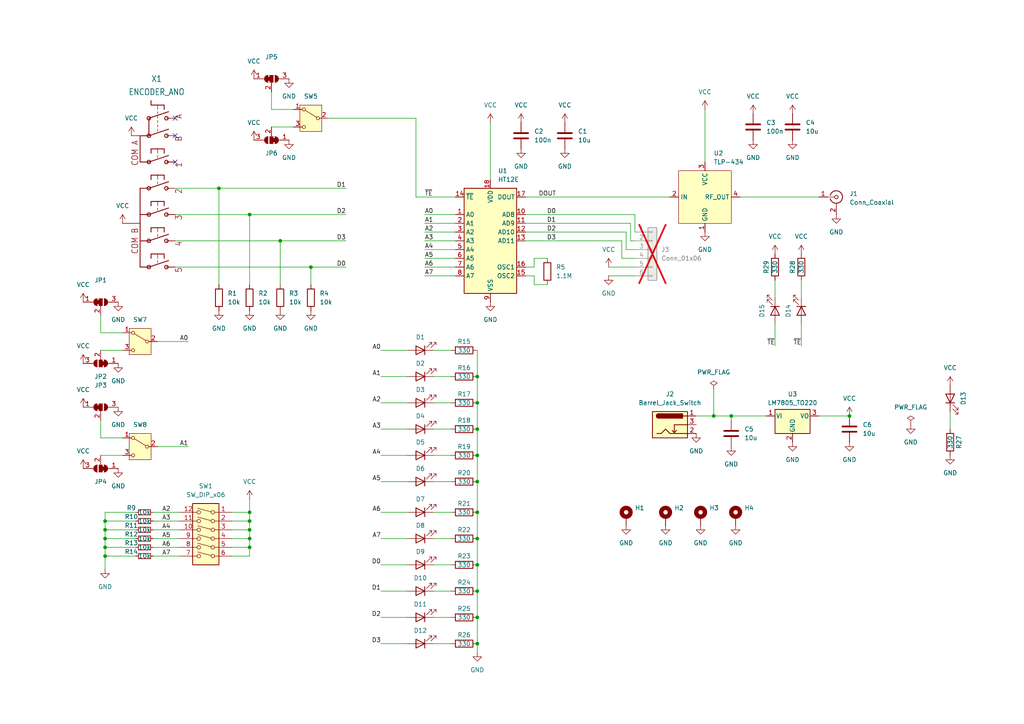
<source format=kicad_sch>
(kicad_sch (version 20231120) (generator "eeschema") (generator_version "8.0")
  (paper "A4")
  (lib_symbols
    (symbol "Connector:Barrel_Jack_Switch" (pin_names hide)
      (property "Reference" "J" (at 0 5.334 0))
      (property "Value" "Barrel_Jack_Switch" (at 0 -5.08 0))
      (symbol "Barrel_Jack_Switch_1_1"
        (pin passive line (at 7.62 2.54 180) (length 2.54) (name "~") (number "1"))
        (pin passive line (at 7.62 -2.54 180) (length 2.54) (name "~") (number "2"))
        (pin passive line (at 7.62 0 180) (length 2.54) (name "~") (number "3"))
      )
    )
    (symbol "Connector:Conn_Coaxial" (pin_names (offset 1.016) hide)
      (property "Reference" "J" (at 0.254 3.048 0))
      (property "Value" "Conn_Coaxial" (at 2.921 0 90))
      (symbol "Conn_Coaxial_1_1"
        (pin passive line (at -5.08 0 0) (length 2.54) (name "In") (number "1"))
        (pin passive line (at 0 -5.08 90) (length 2.54) (name "Ext") (number "2"))
      )
    )
    (symbol "Connector_Generic:Conn_01x06" (pin_names (offset 1.016) hide)
      (property "Reference" "J" (at 0 7.62 0))
      (property "Value" "Conn_01x06" (at 0 -10.16 0))
      (symbol "Conn_01x06_1_1"
        (pin passive line (at -5.08 5.08 0) (length 3.81) (name "Pin_1") (number "1"))
        (pin passive line (at -5.08 2.54 0) (length 3.81) (name "Pin_2") (number "2"))
        (pin passive line (at -5.08 0 0) (length 3.81) (name "Pin_3") (number "3"))
        (pin passive line (at -5.08 -2.54 0) (length 3.81) (name "Pin_4") (number "4"))
        (pin passive line (at -5.08 -5.08 0) (length 3.81) (name "Pin_5") (number "5"))
        (pin passive line (at -5.08 -7.62 0) (length 3.81) (name "Pin_6") (number "6"))
      )
    )
    (symbol "Device:C" (pin_numbers hide) (pin_names (offset 0.254))
      (property "Reference" "C" (at 0.635 2.54 0))
      (property "Value" "C" (at 0.635 -2.54 0))
      (symbol "C_1_1"
        (pin passive line (at 0 3.81 270) (length 2.794) (name "~") (number "1"))
        (pin passive line (at 0 -3.81 90) (length 2.794) (name "~") (number "2"))
      )
    )
    (symbol "Device:LED" (pin_numbers hide) (pin_names (offset 1.016) hide)
      (property "Reference" "D" (at 0 2.54 0))
      (property "Value" "LED" (at 0 -2.54 0))
      (symbol "LED_1_1"
        (pin passive line (at -3.81 0 0) (length 2.54) (name "K") (number "1"))
        (pin passive line (at 3.81 0 180) (length 2.54) (name "A") (number "2"))
      )
    )
    (symbol "Device:R" (pin_numbers hide) (pin_names (offset 0))
      (property "Reference" "R" (at 2.032 0 90))
      (property "Value" "R" (at 0 0 90))
      (symbol "R_1_1"
        (pin passive line (at 0 3.81 270) (length 1.27) (name "~") (number "1"))
        (pin passive line (at 0 -3.81 90) (length 1.27) (name "~") (number "2"))
      )
    )
    (symbol "Device:R_Small" (pin_numbers hide) (pin_names (offset 0.254) hide)
      (property "Reference" "R" (at 0.762 0.508 0))
      (property "Value" "R_Small" (at 0.762 -1.016 0))
      (symbol "R_Small_1_1"
        (pin passive line (at 0 2.54 270) (length 0.762) (name "~") (number "1"))
        (pin passive line (at 0 -2.54 90) (length 0.762) (name "~") (number "2"))
      )
    )
    (symbol "Interface:HT12E"
      (property "Reference" "U1" (at 2.1941 20.32 0))
      (property "Value" "HT12E" (at 2.1941 17.78 0))
      (symbol "HT12E_1_1"
        (pin input line (at -10.16 7.62 0) (length 2.54) (name "A0") (number "1"))
        (pin no_connect line (at 7.62 -2.54 180) (length 2.54) hide (name "NC") (number "1"))
        (pin output line (at 10.16 7.62 180) (length 2.54) (name "AD8") (number "10"))
        (pin output line (at 10.16 5.08 180) (length 2.54) (name "AD9") (number "11"))
        (pin output line (at 10.16 2.54 180) (length 2.54) (name "AD10") (number "12"))
        (pin output line (at 10.16 0 180) (length 2.54) (name "AD11") (number "13"))
        (pin input line (at -10.16 12.7 0) (length 2.54) (name "~{TE}") (number "14"))
        (pin output line (at 10.16 -10.16 180) (length 2.54) (name "OSC2") (number "15"))
        (pin input line (at 10.16 -7.62 180) (length 2.54) (name "OSC1") (number "16"))
        (pin output line (at 10.16 12.7 180) (length 2.54) (name "DOUT") (number "17"))
        (pin power_in line (at 0 17.78 270) (length 2.54) (name "VDD") (number "18"))
        (pin input line (at -10.16 5.08 0) (length 2.54) (name "A1") (number "2"))
        (pin no_connect line (at 7.62 -5.08 180) (length 2.54) hide (name "NC") (number "20"))
        (pin input line (at -10.16 2.54 0) (length 2.54) (name "A2") (number "3"))
        (pin input line (at -10.16 0 0) (length 2.54) (name "A3") (number "4"))
        (pin input line (at -10.16 -2.54 0) (length 2.54) (name "A4") (number "5"))
        (pin input line (at -10.16 -5.08 0) (length 2.54) (name "A5") (number "6"))
        (pin input line (at -10.16 -7.62 0) (length 2.54) (name "A6") (number "7"))
        (pin input line (at -10.16 -10.16 0) (length 2.54) (name "A7") (number "8"))
        (pin power_in line (at 0 -17.78 90) (length 2.54) (name "VSS") (number "9"))
      )
    )
    (symbol "Jumper:SolderJumper_3_Bridged12" (pin_names (offset 0) hide) (exclude_from_sim yes) (in_bom no)
      (property "Reference" "JP" (at -2.54 -2.54 0))
      (property "Value" "SolderJumper_3_Bridged12" (at 0 2.794 0))
      (symbol "SolderJumper_3_Bridged12_1_1"
        (pin passive line (at -5.08 0 0) (length 2.54) (name "A") (number "1"))
        (pin passive line (at 0 -3.81 90) (length 2.54) (name "C") (number "2"))
        (pin passive line (at 5.08 0 180) (length 2.54) (name "B") (number "3"))
      )
    )
    (symbol "Mechanical:MountingHole_Pad" (pin_numbers hide) (pin_names (offset 1.016) hide) (exclude_from_sim yes) (in_bom no)
      (property "Reference" "H" (at 0 6.35 0))
      (property "Value" "MountingHole_Pad" (at 0 4.445 0))
      (symbol "MountingHole_Pad_1_1"
        (pin input line (at 0 -2.54 90) (length 2.54) (name "1") (number "1"))
      )
    )
    (symbol "Regulator_Linear:LM7805_TO220" (pin_names (offset 0.254))
      (property "Reference" "U" (at -3.81 3.175 0))
      (property "Value" "LM7805_TO220" (at 0 3.175 0))
      (symbol "LM7805_TO220_1_1"
        (pin power_in line (at -7.62 0 0) (length 2.54) (name "VI") (number "1"))
        (pin power_in line (at 0 -7.62 90) (length 2.54) (name "GND") (number "2"))
        (pin power_out line (at 7.62 0 180) (length 2.54) (name "VO") (number "3"))
      )
    )
    (symbol "Switch:SW_DIP_x06" (pin_names (offset 0) hide)
      (property "Reference" "SW" (at 0 11.43 0))
      (property "Value" "SW_DIP_x06" (at 0 -8.89 0))
      (symbol "SW_DIP_x06_1_1"
        (pin passive line (at -7.62 7.62 0) (length 5.08) (name "~") (number "1"))
        (pin passive line (at 7.62 2.54 180) (length 5.08) (name "~") (number "10"))
        (pin passive line (at 7.62 5.08 180) (length 5.08) (name "~") (number "11"))
        (pin passive line (at 7.62 7.62 180) (length 5.08) (name "~") (number "12"))
        (pin passive line (at -7.62 5.08 0) (length 5.08) (name "~") (number "2"))
        (pin passive line (at -7.62 2.54 0) (length 5.08) (name "~") (number "3"))
        (pin passive line (at -7.62 0 0) (length 5.08) (name "~") (number "4"))
        (pin passive line (at -7.62 -2.54 0) (length 5.08) (name "~") (number "5"))
        (pin passive line (at -7.62 -5.08 0) (length 5.08) (name "~") (number "6"))
        (pin passive line (at 7.62 -5.08 180) (length 5.08) (name "~") (number "7"))
        (pin passive line (at 7.62 -2.54 180) (length 5.08) (name "~") (number "8"))
        (pin passive line (at 7.62 0 180) (length 5.08) (name "~") (number "9"))
      )
    )
    (symbol "Switch:SW_SPDT" (pin_names (offset 0) hide)
      (property "Reference" "SW" (at 0 5.08 0))
      (property "Value" "SW_SPDT" (at 0 -5.08 0))
      (symbol "SW_SPDT_1_1"
        (pin passive line (at 5.08 2.54 180) (length 2.54) (name "A") (number "1"))
        (pin passive line (at -5.08 0 0) (length 2.54) (name "B") (number "2"))
        (pin passive line (at 5.08 -2.54 180) (length 2.54) (name "C") (number "3"))
      )
    )
    (symbol "encoder:ENCODER_ANO"
      (property "Reference" "X1" (at -1.905 13.97 0))
      (property "Value" "ENCODER_ANO" (at -1.905 11.43 0))
      (symbol "ENCODER_ANO_1_0"
        (text "1" (at 5.08 -7.62 900) (effects (font (size 1.778 1.5113)) (justify right top)))
        (text "2" (at 5.08 -15.24 900) (effects (font (size 1.778 1.5113)) (justify right top)))
        (text "3" (at 5.08 -22.86 900) (effects (font (size 1.778 1.5113)) (justify right top)))
        (text "4" (at 5.08 -30.48 900) (effects (font (size 1.778 1.5113)) (justify right top)))
        (text "5" (at 5.08 -38.1 900) (effects (font (size 1.778 1.5113)) (justify right top)))
        (text "A" (at 5.08 6.35 900) (effects (font (size 1.778 1.5113)) (justify right top)))
        (text "B" (at 5.08 0 900) (effects (font (size 1.778 1.5113)) (justify right top)))
        (text "COM A" (at -7.62 -1.27 900) (effects (font (size 1.778 1.5113)) (justify right top)))
        (text "COM B" (at -7.62 -26.67 900) (effects (font (size 1.778 1.5113)) (justify right top)))
        (pin passive line (at 5.08 5.08 180) (length 2.54) (name "A") (number "A"))
        (pin passive line (at 5.08 0 180) (length 2.54) (name "B") (number "B"))
        (pin passive line (at -7.62 0 0) (length 2.54) (name "COMA") (number "COM_A"))
        (pin passive line (at -10.16 -25.4 0) (length 5.08) (name "COM_B") (number "COM_B"))
        (pin passive line (at 5.08 -7.62 180) (length 2.54) (name "1") (number "S1"))
        (pin passive line (at 5.08 -15.24 180) (length 2.54) (name "S2") (number "S2"))
        (pin passive line (at 5.08 -22.86 180) (length 2.54) (name "S3") (number "S3"))
        (pin passive line (at 5.08 -30.48 180) (length 2.54) (name "S4") (number "S4"))
        (pin passive line (at 5.08 -38.1 180) (length 2.54) (name "S5") (number "S5"))
      )
    )
    (symbol "power:GND" (power) (pin_numbers hide) (pin_names (offset 0) hide)
      (property "Value" "GND" (at 0 -3.81 0))
      (symbol "GND_1_1"
        (pin power_in line (at 0 0 270) (length 0) (name "~") (number "1"))
      )
    )
    (symbol "power:PWR_FLAG" (power) (pin_numbers hide) (pin_names (offset 0) hide)
      (property "Value" "PWR_FLAG" (at 0 3.81 0))
      (symbol "PWR_FLAG_0_0"
        (pin power_out line (at 0 0 90) (length 0) (name "~") (number "1"))
      )
    )
    (symbol "power:VCC" (power) (pin_numbers hide) (pin_names (offset 0) hide)
      (property "Value" "VCC" (at 0 3.556 0))
      (symbol "VCC_1_1"
        (pin power_in line (at 0 0 90) (length 0) (name "~") (number "1"))
      )
    )
    (symbol "rf_434:TLP434"
      (property "Reference" "U" (at 11.43 0 0))
      (property "Value" "TLP-434" (at 0 0 0))
      (symbol "TLP434_1_1"
        (pin power_in line (at 7.62 -20.32 90) (length 2.54) (name "GND") (number "1"))
        (pin input line (at -2.54 -10.16 0) (length 2.54) (name "IN") (number "2"))
        (pin power_in line (at 7.62 0 270) (length 2.54) (name "VCC") (number "3"))
        (pin output line (at 17.78 -10.16 180) (length 2.54) (name "RF_OUT") (number "4"))
      )
    )
  )
  (junction (at 138.43 139.7))
  (junction (at 72.39 62.23))
  (junction (at 30.48 151.13))
  (junction (at 138.43 132.08))
  (junction (at 63.5 54.61))
  (junction (at 138.43 156.21))
  (junction (at 138.43 163.83))
  (junction (at 72.39 156.21))
  (junction (at 72.39 151.13))
  (junction (at 81.28 69.85))
  (junction (at 30.48 158.75))
  (junction (at 212.09 120.65))
  (junction (at 138.43 124.46))
  (junction (at 30.48 156.21))
  (junction (at 138.43 171.45))
  (junction (at 138.43 148.59))
  (junction (at 90.17 77.47))
  (junction (at 207.01 120.65))
  (junction (at 72.39 153.67))
  (junction (at 138.43 116.84))
  (junction (at 30.48 153.67))
  (junction (at 72.39 158.75))
  (junction (at 246.38 120.65))
  (junction (at 72.39 148.59))
  (junction (at 30.48 161.29))
  (junction (at 138.43 109.22))
  (junction (at 138.43 186.69))
  (junction (at 138.43 179.07))
  (no_connect (at 50.8 34.29))
  (no_connect (at 50.8 39.37))
  (no_connect (at 50.8 46.99))
  (wire (pts (xy 78.74 31.75) (xy 85.09 31.75)))
  (wire (pts (xy 72.39 62.23) (xy 72.39 82.55)))
  (wire (pts (xy 30.48 148.59) (xy 39.37 148.59)))
  (wire (pts (xy 110.49 116.84) (xy 118.11 116.84)))
  (wire (pts (xy 78.74 26.67) (xy 78.74 31.75)))
  (wire (pts (xy 138.43 163.83) (xy 138.43 171.45)))
  (wire (pts (xy 181.61 72.39) (xy 181.61 67.31)))
  (wire (pts (xy 44.45 156.21) (xy 52.07 156.21)))
  (wire (pts (xy 29.21 101.6) (xy 35.56 101.6)))
  (wire (pts (xy 30.48 153.67) (xy 30.48 156.21)))
  (wire (pts (xy 138.43 132.08) (xy 138.43 139.7)))
  (wire (pts (xy 110.49 148.59) (xy 118.11 148.59)))
  (wire (pts (xy 138.43 109.22) (xy 138.43 116.84)))
  (wire (pts (xy 63.5 82.55) (xy 63.5 54.61)))
  (wire (pts (xy 224.79 81.28) (xy 224.79 86.36)))
  (wire (pts (xy 182.88 69.85) (xy 182.88 64.77)))
  (wire (pts (xy 72.39 158.75) (xy 72.39 156.21)))
  (wire (pts (xy 138.43 156.21) (xy 138.43 163.83)))
  (wire (pts (xy 90.17 77.47) (xy 100.33 77.47)))
  (wire (pts (xy 123.19 72.39) (xy 132.08 72.39)))
  (wire (pts (xy 138.43 139.7) (xy 138.43 148.59)))
  (wire (pts (xy 182.88 64.77) (xy 152.4 64.77)))
  (wire (pts (xy 29.21 96.52) (xy 35.56 96.52)))
  (wire (pts (xy 212.09 120.65) (xy 222.25 120.65)))
  (wire (pts (xy 44.45 148.59) (xy 52.07 148.59)))
  (wire (pts (xy 123.19 80.01) (xy 132.08 80.01)))
  (wire (pts (xy 110.49 186.69) (xy 118.11 186.69)))
  (wire (pts (xy 44.45 151.13) (xy 52.07 151.13)))
  (wire (pts (xy 95.25 34.29) (xy 120.65 34.29)))
  (wire (pts (xy 130.81 116.84) (xy 125.73 116.84)))
  (wire (pts (xy 67.31 151.13) (xy 72.39 151.13)))
  (wire (pts (xy 50.8 77.47) (xy 90.17 77.47)))
  (wire (pts (xy 130.81 132.08) (xy 125.73 132.08)))
  (wire (pts (xy 67.31 153.67) (xy 72.39 153.67)))
  (wire (pts (xy 44.45 153.67) (xy 52.07 153.67)))
  (wire (pts (xy 154.94 74.93) (xy 158.75 74.93)))
  (wire (pts (xy 123.19 62.23) (xy 132.08 62.23)))
  (wire (pts (xy 67.31 161.29) (xy 72.39 161.29)))
  (wire (pts (xy 275.59 124.46) (xy 275.59 119.38)))
  (wire (pts (xy 30.48 158.75) (xy 30.48 161.29)))
  (wire (pts (xy 110.49 179.07) (xy 118.11 179.07)))
  (wire (pts (xy 67.31 156.21) (xy 72.39 156.21)))
  (wire (pts (xy 67.31 148.59) (xy 72.39 148.59)))
  (wire (pts (xy 207.01 113.03) (xy 207.01 120.65)))
  (wire (pts (xy 110.49 156.21) (xy 118.11 156.21)))
  (wire (pts (xy 44.45 161.29) (xy 52.07 161.29)))
  (wire (pts (xy 90.17 77.47) (xy 90.17 82.55)))
  (wire (pts (xy 72.39 151.13) (xy 72.39 148.59)))
  (wire (pts (xy 152.4 57.15) (xy 194.31 57.15)))
  (wire (pts (xy 110.49 101.6) (xy 118.11 101.6)))
  (wire (pts (xy 130.81 101.6) (xy 125.73 101.6)))
  (wire (pts (xy 81.28 69.85) (xy 100.33 69.85)))
  (wire (pts (xy 30.48 156.21) (xy 39.37 156.21)))
  (wire (pts (xy 120.65 57.15) (xy 132.08 57.15)))
  (wire (pts (xy 184.15 62.23) (xy 152.4 62.23)))
  (wire (pts (xy 110.49 124.46) (xy 118.11 124.46)))
  (wire (pts (xy 138.43 116.84) (xy 138.43 124.46)))
  (wire (pts (xy 130.81 186.69) (xy 125.73 186.69)))
  (wire (pts (xy 81.28 69.85) (xy 81.28 82.55)))
  (wire (pts (xy 30.48 153.67) (xy 39.37 153.67)))
  (wire (pts (xy 212.09 120.65) (xy 212.09 121.92)))
  (wire (pts (xy 45.72 129.54) (xy 54.61 129.54)))
  (wire (pts (xy 29.21 91.44) (xy 29.21 96.52)))
  (wire (pts (xy 154.94 77.47) (xy 154.94 74.93)))
  (wire (pts (xy 224.79 100.33) (xy 224.79 93.98)))
  (wire (pts (xy 130.81 124.46) (xy 125.73 124.46)))
  (wire (pts (xy 30.48 156.21) (xy 30.48 158.75)))
  (wire (pts (xy 30.48 151.13) (xy 30.48 153.67)))
  (wire (pts (xy 72.39 161.29) (xy 72.39 158.75)))
  (wire (pts (xy 44.45 158.75) (xy 52.07 158.75)))
  (wire (pts (xy 72.39 62.23) (xy 100.33 62.23)))
  (wire (pts (xy 180.34 69.85) (xy 152.4 69.85)))
  (wire (pts (xy 30.48 158.75) (xy 39.37 158.75)))
  (wire (pts (xy 130.81 139.7) (xy 125.73 139.7)))
  (wire (pts (xy 50.8 62.23) (xy 72.39 62.23)))
  (wire (pts (xy 181.61 67.31) (xy 152.4 67.31)))
  (wire (pts (xy 30.48 161.29) (xy 39.37 161.29)))
  (wire (pts (xy 181.61 72.39) (xy 184.15 72.39)))
  (wire (pts (xy 30.48 161.29) (xy 30.48 165.1)))
  (wire (pts (xy 63.5 54.61) (xy 100.33 54.61)))
  (wire (pts (xy 50.8 69.85) (xy 81.28 69.85)))
  (wire (pts (xy 130.81 109.22) (xy 125.73 109.22)))
  (wire (pts (xy 130.81 179.07) (xy 125.73 179.07)))
  (wire (pts (xy 176.53 80.01) (xy 184.15 80.01)))
  (wire (pts (xy 154.94 80.01) (xy 154.94 82.55)))
  (wire (pts (xy 237.49 120.65) (xy 246.38 120.65)))
  (wire (pts (xy 29.21 127) (xy 35.56 127)))
  (wire (pts (xy 214.63 57.15) (xy 237.49 57.15)))
  (wire (pts (xy 138.43 148.59) (xy 138.43 156.21)))
  (wire (pts (xy 142.24 35.56) (xy 142.24 52.07)))
  (wire (pts (xy 30.48 148.59) (xy 30.48 151.13)))
  (wire (pts (xy 152.4 77.47) (xy 154.94 77.47)))
  (wire (pts (xy 123.19 74.93) (xy 132.08 74.93)))
  (wire (pts (xy 123.19 64.77) (xy 132.08 64.77)))
  (wire (pts (xy 29.21 121.92) (xy 29.21 127)))
  (wire (pts (xy 138.43 124.46) (xy 138.43 132.08)))
  (wire (pts (xy 123.19 69.85) (xy 132.08 69.85)))
  (wire (pts (xy 180.34 74.93) (xy 184.15 74.93)))
  (wire (pts (xy 138.43 101.6) (xy 138.43 109.22)))
  (wire (pts (xy 182.88 69.85) (xy 184.15 69.85)))
  (wire (pts (xy 138.43 186.69) (xy 138.43 189.23)))
  (wire (pts (xy 184.15 67.31) (xy 184.15 62.23)))
  (wire (pts (xy 130.81 171.45) (xy 125.73 171.45)))
  (wire (pts (xy 78.74 36.83) (xy 85.09 36.83)))
  (wire (pts (xy 72.39 148.59) (xy 72.39 144.78)))
  (wire (pts (xy 138.43 179.07) (xy 138.43 186.69)))
  (wire (pts (xy 232.41 81.28) (xy 232.41 86.36)))
  (wire (pts (xy 45.72 99.06) (xy 54.61 99.06)))
  (wire (pts (xy 110.49 139.7) (xy 118.11 139.7)))
  (wire (pts (xy 72.39 153.67) (xy 72.39 151.13)))
  (wire (pts (xy 110.49 171.45) (xy 118.11 171.45)))
  (wire (pts (xy 138.43 171.45) (xy 138.43 179.07)))
  (wire (pts (xy 72.39 156.21) (xy 72.39 153.67)))
  (wire (pts (xy 130.81 163.83) (xy 125.73 163.83)))
  (wire (pts (xy 123.19 77.47) (xy 132.08 77.47)))
  (wire (pts (xy 152.4 80.01) (xy 154.94 80.01)))
  (wire (pts (xy 176.53 77.47) (xy 184.15 77.47)))
  (wire (pts (xy 180.34 74.93) (xy 180.34 69.85)))
  (wire (pts (xy 30.48 151.13) (xy 39.37 151.13)))
  (wire (pts (xy 204.47 31.75) (xy 204.47 46.99)))
  (wire (pts (xy 29.21 132.08) (xy 35.56 132.08)))
  (wire (pts (xy 201.93 120.65) (xy 207.01 120.65)))
  (wire (pts (xy 207.01 120.65) (xy 212.09 120.65)))
  (wire (pts (xy 110.49 109.22) (xy 118.11 109.22)))
  (wire (pts (xy 67.31 158.75) (xy 72.39 158.75)))
  (wire (pts (xy 130.81 156.21) (xy 125.73 156.21)))
  (wire (pts (xy 110.49 163.83) (xy 118.11 163.83)))
  (wire (pts (xy 50.8 54.61) (xy 63.5 54.61)))
  (wire (pts (xy 232.41 100.33) (xy 232.41 93.98)))
  (wire (pts (xy 123.19 67.31) (xy 132.08 67.31)))
  (wire (pts (xy 154.94 82.55) (xy 158.75 82.55)))
  (wire (pts (xy 120.65 57.15) (xy 120.65 34.29)))
  (wire (pts (xy 110.49 132.08) (xy 118.11 132.08)))
  (wire (pts (xy 130.81 148.59) (xy 125.73 148.59)))
  (label "A4" (at 123.19 72.39 0))
  (label "A0" (at 54.61 99.06 180))
  (label "A4" (at 46.99 153.67 0))
  (label "A6" (at 46.99 158.75 0))
  (label "A7" (at 110.49 156.21 180))
  (label "D1" (at 161.29 64.77 180))
  (label "~{TE}" (at 232.41 100.33 180))
  (label "A7" (at 46.99 161.29 0))
  (label "A1" (at 54.61 129.54 180))
  (label "A1" (at 110.49 109.22 180))
  (label "A3" (at 123.19 69.85 0))
  (label "A7" (at 123.19 80.01 0))
  (label "D3" (at 161.29 69.85 180))
  (label "A5" (at 123.19 74.93 0))
  (label "A4" (at 110.49 132.08 180))
  (label "D0" (at 161.29 62.23 180))
  (label "D0" (at 110.49 163.83 180))
  (label "A6" (at 110.49 148.59 180))
  (label "~{TE}" (at 123.19 57.15 0))
  (label "D1" (at 100.33 54.61 180))
  (label "A6" (at 123.19 77.47 0))
  (label "D2" (at 161.29 67.31 180))
  (label "A3" (at 110.49 124.46 180))
  (label "A5" (at 46.99 156.21 0))
  (label "D3" (at 110.49 186.69 180))
  (label "A2" (at 123.19 67.31 0))
  (label "A3" (at 46.99 151.13 0))
  (label "D3" (at 100.33 69.85 180))
  (label "A0" (at 110.49 101.6 180))
  (label "D2" (at 100.33 62.23 180))
  (label "A2" (at 46.99 148.59 0))
  (label "D2" (at 110.49 179.07 180))
  (label "A1" (at 123.19 64.77 0))
  (label "A2" (at 110.49 116.84 180))
  (label "A5" (at 110.49 139.7 180))
  (label "D0" (at 100.33 77.47 180))
  (label "DOUT" (at 161.29 57.15 180))
  (label "A0" (at 123.19 62.23 0))
  (label "D1" (at 110.49 171.45 180))
  (label "~{TE}" (at 224.79 100.33 180))
  (symbol (lib_id "power:PWR_FLAG") (at 207.01 113.03 0) (unit 1)
    (property "Reference" "#FLG02" (effects (hide yes)))
    (property "Value" "PWR_FLAG" (at 207.01 107.95 0))
    (property "Description" "Special symbol for telling ERC where power comes from" (effects (hide yes)))
  )
  (symbol (lib_id "power:GND") (at 72.39 90.17 0) (unit 1)
    (property "Reference" "#PWR04" (effects (hide yes)))
    (property "Value" "GND" (at 72.39 95.25 0))
    (property "Description" "Power symbol creates a global label with name \"GND\" , ground" (effects (hide yes)))
  )
  (symbol (lib_id "encoder:ENCODER_ANO") (at 45.72 39.37 0) (unit 1)
    (property "Reference" "X1" (at 45.4231 22.86 0) (effects (font (size 1.778 1.5113))))
    (property "Value" "ENCODER_ANO" (at 45.4231 26.67 0) (effects (font (size 1.778 1.5113))))
    (property "Footprint" "Library:ENCODER_ANO" (effects (hide yes)))
  )
  (symbol (lib_id "Device:LED") (at 275.59 115.57 90) (unit 1)
    (property "Reference" "D13" (at 279.4 115.57 0))
    (property "Value" "LED" (effects (hide yes)))
    (property "Footprint" "LED_SMD:LED_0603_1608Metric" (effects (hide yes)))
    (property "Description" "Light emitting diode" (effects (hide yes)))
  )
  (symbol (lib_id "power:GND") (at 34.29 135.89 0) (unit 1)
    (property "Reference" "#PWR028" (effects (hide yes)))
    (property "Value" "GND" (at 34.29 140.97 0))
    (property "Description" "Power symbol creates a global label with name \"GND\" , ground" (effects (hide yes)))
  )
  (symbol (lib_id "Switch:SW_SPDT") (at 90.17 34.29 0) (mirror y) (unit 1)
    (property "Reference" "SW5" (at 90.17 27.94 0))
    (property "Value" "SW_SPDT" (effects (hide yes)))
    (property "Footprint" "Library:EG1218" (effects (hide yes)))
    (property "Description" "Switch, single pole double throw" (effects (hide yes)))
  )
  (symbol (lib_id "power:VCC") (at 24.13 105.41 0) (unit 1)
    (property "Reference" "#PWR05" (effects (hide yes)))
    (property "Value" "VCC" (at 24.13 100.33 0))
    (property "Description" "Power symbol creates a global label with name \"VCC\"" (effects (hide yes)))
  )
  (symbol (lib_id "Device:C") (at 151.13 39.37 0) (unit 1)
    (property "Reference" "C2" (at 154.94 38.0999 0) (effects (justify left)))
    (property "Value" "100n" (at 154.94 40.6399 0) (effects (justify left)))
    (property "Footprint" "Capacitor_SMD:C_0603_1608Metric_Pad1.08x0.95mm_HandSolder" (effects (hide yes)))
    (property "Description" "Unpolarized capacitor" (effects (hide yes)))
  )
  (symbol (lib_id "power:VCC") (at 38.1 39.37 0) (unit 1)
    (property "Reference" "#PWR047" (effects (hide yes)))
    (property "Value" "VCC" (at 38.1 34.29 0))
    (property "Description" "Power symbol creates a global label with name \"VCC\"" (effects (hide yes)))
  )
  (symbol (lib_id "power:GND") (at 212.09 129.54 0) (unit 1)
    (property "Reference" "#PWR032" (effects (hide yes)))
    (property "Value" "GND" (at 212.09 134.62 0))
    (property "Description" "Power symbol creates a global label with name \"GND\" , ground" (effects (hide yes)))
  )
  (symbol (lib_id "Device:LED") (at 121.92 163.83 180) (unit 1)
    (property "Reference" "D9" (at 121.92 160.02 0))
    (property "Value" "LED" (effects (hide yes)))
    (property "Footprint" "LED_SMD:LED_0603_1608Metric" (effects (hide yes)))
    (property "Description" "Light emitting diode" (effects (hide yes)))
  )
  (symbol (lib_id "power:GND") (at 34.29 105.41 0) (unit 1)
    (property "Reference" "#PWR07" (effects (hide yes)))
    (property "Value" "GND" (at 34.29 110.49 0))
    (property "Description" "Power symbol creates a global label with name \"GND\" , ground" (effects (hide yes)))
  )
  (symbol (lib_id "Device:LED") (at 121.92 139.7 180) (unit 1)
    (property "Reference" "D6" (at 121.92 135.89 0))
    (property "Value" "LED" (effects (hide yes)))
    (property "Footprint" "LED_SMD:LED_0603_1608Metric" (effects (hide yes)))
    (property "Description" "Light emitting diode" (effects (hide yes)))
  )
  (symbol (lib_id "power:GND") (at 34.29 118.11 0) (unit 1)
    (property "Reference" "#PWR027" (effects (hide yes)))
    (property "Value" "GND" (at 34.29 123.19 0))
    (property "Description" "Power symbol creates a global label with name \"GND\" , ground" (effects (hide yes)))
  )
  (symbol (lib_id "Device:LED") (at 121.92 179.07 180) (unit 1)
    (property "Reference" "D11" (at 121.92 175.26 0))
    (property "Value" "LED" (effects (hide yes)))
    (property "Footprint" "LED_SMD:LED_0603_1608Metric" (effects (hide yes)))
    (property "Description" "Light emitting diode" (effects (hide yes)))
  )
  (symbol (lib_id "Jumper:SolderJumper_3_Bridged12") (at 29.21 135.89 180) (unit 1) (exclude_from_sim yes) (in_bom no)
    (property "Reference" "JP4" (at 29.21 139.7 0))
    (property "Value" "SolderJumper_3_Bridged12" (effects (hide yes)))
    (property "Footprint" "Jumper:SolderJumper-3_P1.3mm_Bridged12_RoundedPad1.0x1.5mm_NumberLabels" (effects (hide yes)))
    (property "Description" "3-pole Solder Jumper, pins 1+2 closed/bridged" (effects (hide yes)))
  )
  (symbol (lib_id "Device:LED") (at 121.92 132.08 180) (unit 1)
    (property "Reference" "D5" (at 121.92 128.27 0))
    (property "Value" "LED" (effects (hide yes)))
    (property "Footprint" "LED_SMD:LED_0603_1608Metric" (effects (hide yes)))
    (property "Description" "Light emitting diode" (effects (hide yes)))
  )
  (symbol (lib_id "Mechanical:MountingHole_Pad") (at 193.04 149.86 0) (unit 1) (exclude_from_sim yes) (in_bom no)
    (property "Reference" "H2" (at 195.58 147.3199 0) (effects (justify left)))
    (property "Value" "MountingHole_Pad" (effects (hide yes)))
    (property "Footprint" "MountingHole:MountingHole_4mm_Pad" (effects (hide yes)))
    (property "Description" "Mounting Hole with connection" (effects (hide yes)))
  )
  (symbol (lib_id "power:VCC") (at 204.47 31.75 0) (unit 1)
    (property "Reference" "#PWR015" (effects (hide yes)))
    (property "Value" "VCC" (at 204.47 26.67 0))
    (property "Description" "Power symbol creates a global label with name \"VCC\"" (effects (hide yes)))
  )
  (symbol (lib_id "power:VCC") (at 275.59 111.76 0) (unit 1)
    (property "Reference" "#PWR043" (effects (hide yes)))
    (property "Value" "VCC" (at 275.59 106.68 0))
    (property "Description" "Power symbol creates a global label with name \"VCC\"" (effects (hide yes)))
  )
  (symbol (lib_id "Device:LED") (at 121.92 116.84 180) (unit 1)
    (property "Reference" "D3" (at 121.92 113.03 0))
    (property "Value" "LED" (effects (hide yes)))
    (property "Footprint" "LED_SMD:LED_0603_1608Metric" (effects (hide yes)))
    (property "Description" "Light emitting diode" (effects (hide yes)))
  )
  (symbol (lib_id "Regulator_Linear:LM7805_TO220") (at 229.87 120.65 0) (unit 1)
    (property "Reference" "U3" (at 229.87 114.3 0))
    (property "Value" "LM7805_TO220" (at 229.87 116.84 0))
    (property "Footprint" "Package_TO_SOT_THT:TO-220-3_Vertical" (effects (hide yes)))
    (property "Datasheet" "https://www.onsemi.cn/PowerSolutions/document/MC7800-D.PDF" (effects (hide yes)))
    (property "Description" "Positive 1A 35V Linear Regulator, Fixed Output 5V, TO-220" (effects (hide yes)))
  )
  (symbol (lib_id "Device:R") (at 134.62 109.22 90) (unit 1)
    (property "Reference" "R16" (at 134.62 106.68 90))
    (property "Value" "330" (at 134.62 109.22 90))
    (property "Footprint" "Resistor_SMD:R_0603_1608Metric_Pad0.98x0.95mm_HandSolder" (effects (hide yes)))
    (property "Description" "Resistor" (effects (hide yes)))
  )
  (symbol (lib_id "power:GND") (at 63.5 90.17 0) (unit 1)
    (property "Reference" "#PWR02" (effects (hide yes)))
    (property "Value" "GND" (at 63.5 95.25 0))
    (property "Description" "Power symbol creates a global label with name \"GND\" , ground" (effects (hide yes)))
  )
  (symbol (lib_id "power:GND") (at 218.44 40.64 0) (unit 1)
    (property "Reference" "#PWR020" (effects (hide yes)))
    (property "Value" "GND" (at 218.44 45.72 0))
    (property "Description" "Power symbol creates a global label with name \"GND\" , ground" (effects (hide yes)))
  )
  (symbol (lib_id "Mechanical:MountingHole_Pad") (at 203.2 149.86 0) (unit 1) (exclude_from_sim yes) (in_bom no)
    (property "Reference" "H3" (at 205.74 147.3199 0) (effects (justify left)))
    (property "Value" "MountingHole_Pad" (effects (hide yes)))
    (property "Footprint" "MountingHole:MountingHole_4mm_Pad" (effects (hide yes)))
    (property "Description" "Mounting Hole with connection" (effects (hide yes)))
  )
  (symbol (lib_id "Mechanical:MountingHole_Pad") (at 213.36 149.86 0) (unit 1) (exclude_from_sim yes) (in_bom no)
    (property "Reference" "H4" (at 215.9 147.3199 0) (effects (justify left)))
    (property "Value" "MountingHole_Pad" (effects (hide yes)))
    (property "Footprint" "MountingHole:MountingHole_4mm_Pad" (effects (hide yes)))
    (property "Description" "Mounting Hole with connection" (effects (hide yes)))
  )
  (symbol (lib_id "Device:LED") (at 121.92 186.69 180) (unit 1)
    (property "Reference" "D12" (at 121.92 182.88 0))
    (property "Value" "LED" (effects (hide yes)))
    (property "Footprint" "LED_SMD:LED_0603_1608Metric" (effects (hide yes)))
    (property "Description" "Light emitting diode" (effects (hide yes)))
  )
  (symbol (lib_id "Device:C") (at 246.38 124.46 0) (unit 1)
    (property "Reference" "C6" (at 250.19 123.1899 0) (effects (justify left)))
    (property "Value" "10u" (at 250.19 125.7299 0) (effects (justify left)))
    (property "Footprint" "Capacitor_SMD:C_0805_2012Metric_Pad1.18x1.45mm_HandSolder" (effects (hide yes)))
    (property "Description" "Unpolarized capacitor" (effects (hide yes)))
  )
  (symbol (lib_id "Jumper:SolderJumper_3_Bridged12") (at 78.74 40.64 180) (unit 1) (exclude_from_sim yes) (in_bom no)
    (property "Reference" "JP6" (at 78.74 44.45 0))
    (property "Value" "SolderJumper_3_Bridged12" (effects (hide yes)))
    (property "Footprint" "Jumper:SolderJumper-3_P1.3mm_Bridged12_RoundedPad1.0x1.5mm_NumberLabels" (effects (hide yes)))
    (property "Description" "3-pole Solder Jumper, pins 1+2 closed/bridged" (effects (hide yes)))
  )
  (symbol (lib_id "Device:R") (at 134.62 148.59 90) (unit 1)
    (property "Reference" "R21" (at 134.62 146.05 90))
    (property "Value" "330" (at 134.62 148.59 90))
    (property "Footprint" "Resistor_SMD:R_0603_1608Metric_Pad0.98x0.95mm_HandSolder" (effects (hide yes)))
    (property "Description" "Resistor" (effects (hide yes)))
  )
  (symbol (lib_id "power:GND") (at 229.87 40.64 0) (unit 1)
    (property "Reference" "#PWR016" (effects (hide yes)))
    (property "Value" "GND" (at 229.87 45.72 0))
    (property "Description" "Power symbol creates a global label with name \"GND\" , ground" (effects (hide yes)))
  )
  (symbol (lib_id "Device:R") (at 224.79 77.47 180) (unit 1)
    (property "Reference" "R29" (at 222.25 77.47 90))
    (property "Value" "330" (at 224.79 77.47 90))
    (property "Footprint" "Resistor_SMD:R_0603_1608Metric_Pad0.98x0.95mm_HandSolder" (effects (hide yes)))
    (property "Description" "Resistor" (effects (hide yes)))
  )
  (symbol (lib_id "power:GND") (at 181.61 152.4 0) (unit 1)
    (property "Reference" "#PWR037" (effects (hide yes)))
    (property "Value" "GND" (at 181.61 157.48 0))
    (property "Description" "Power symbol creates a global label with name \"GND\" , ground" (effects (hide yes)))
  )
  (symbol (lib_id "Device:R") (at 134.62 116.84 90) (unit 1)
    (property "Reference" "R17" (at 134.62 114.3 90))
    (property "Value" "330" (at 134.62 116.84 90))
    (property "Footprint" "Resistor_SMD:R_0603_1608Metric_Pad0.98x0.95mm_HandSolder" (effects (hide yes)))
    (property "Description" "Resistor" (effects (hide yes)))
  )
  (symbol (lib_id "power:VCC") (at 72.39 144.78 0) (unit 1)
    (property "Reference" "#PWR025" (effects (hide yes)))
    (property "Value" "VCC" (at 72.39 139.7 0))
    (property "Description" "Power symbol creates a global label with name \"VCC\"" (effects (hide yes)))
  )
  (symbol (lib_id "power:VCC") (at 24.13 118.11 0) (unit 1)
    (property "Reference" "#PWR011" (effects (hide yes)))
    (property "Value" "VCC" (at 24.13 113.03 0))
    (property "Description" "Power symbol creates a global label with name \"VCC\"" (effects (hide yes)))
  )
  (symbol (lib_id "power:GND") (at 193.04 152.4 0) (unit 1)
    (property "Reference" "#PWR038" (effects (hide yes)))
    (property "Value" "GND" (at 193.04 157.48 0))
    (property "Description" "Power symbol creates a global label with name \"GND\" , ground" (effects (hide yes)))
  )
  (symbol (lib_id "power:VCC") (at 35.56 64.77 0) (unit 1)
    (property "Reference" "#PWR029" (effects (hide yes)))
    (property "Value" "VCC" (at 35.56 59.69 0))
    (property "Description" "Power symbol creates a global label with name \"VCC\"" (effects (hide yes)))
  )
  (symbol (lib_id "power:VCC") (at 218.44 33.02 0) (unit 1)
    (property "Reference" "#PWR021" (effects (hide yes)))
    (property "Value" "VCC" (at 218.44 27.94 0))
    (property "Description" "Power symbol creates a global label with name \"VCC\"" (effects (hide yes)))
  )
  (symbol (lib_id "power:GND") (at 34.29 87.63 0) (unit 1)
    (property "Reference" "#PWR03" (effects (hide yes)))
    (property "Value" "GND" (at 34.29 92.71 0))
    (property "Description" "Power symbol creates a global label with name \"GND\" , ground" (effects (hide yes)))
  )
  (symbol (lib_id "power:GND") (at 83.82 22.86 0) (unit 1)
    (property "Reference" "#PWR049" (effects (hide yes)))
    (property "Value" "GND" (at 83.82 27.94 0))
    (property "Description" "Power symbol creates a global label with name \"GND\" , ground" (effects (hide yes)))
  )
  (symbol (lib_id "rf_434:TLP434") (at 196.85 46.99 0) (unit 1)
    (property "Reference" "U2" (at 207.01 44.45 0) (effects (justify left)))
    (property "Value" "TLP-434" (at 207.01 46.99 0) (effects (justify left)))
    (property "Footprint" "Connector_PinSocket_2.54mm:PinSocket_1x04_P2.54mm_Vertical" (effects (hide yes)))
  )
  (symbol (lib_id "power:VCC") (at 24.13 135.89 0) (unit 1)
    (property "Reference" "#PWR026" (effects (hide yes)))
    (property "Value" "VCC" (at 24.13 130.81 0))
    (property "Description" "Power symbol creates a global label with name \"VCC\"" (effects (hide yes)))
  )
  (symbol (lib_id "Device:R") (at 134.62 163.83 90) (unit 1)
    (property "Reference" "R23" (at 134.62 161.29 90))
    (property "Value" "330" (at 134.62 163.83 90))
    (property "Footprint" "Resistor_SMD:R_0603_1608Metric_Pad0.98x0.95mm_HandSolder" (effects (hide yes)))
    (property "Description" "Resistor" (effects (hide yes)))
  )
  (symbol (lib_id "Device:LED") (at 121.92 109.22 180) (unit 1)
    (property "Reference" "D2" (at 121.92 105.41 0))
    (property "Value" "LED" (effects (hide yes)))
    (property "Footprint" "LED_SMD:LED_0603_1608Metric" (effects (hide yes)))
    (property "Description" "Light emitting diode" (effects (hide yes)))
  )
  (symbol (lib_id "power:GND") (at 229.87 128.27 0) (unit 1)
    (property "Reference" "#PWR035" (effects (hide yes)))
    (property "Value" "GND" (at 229.87 133.35 0))
    (property "Description" "Power symbol creates a global label with name \"GND\" , ground" (effects (hide yes)))
  )
  (symbol (lib_id "Device:R_Small") (at 41.91 161.29 90) (unit 1)
    (property "Reference" "R14" (at 38.1 160.02 90))
    (property "Value" "10k" (at 41.91 161.29 90))
    (property "Footprint" "Resistor_SMD:R_0603_1608Metric_Pad0.98x0.95mm_HandSolder" (effects (hide yes)))
    (property "Description" "Resistor, small symbol" (effects (hide yes)))
  )
  (symbol (lib_id "power:VCC") (at 232.41 73.66 0) (unit 1)
    (property "Reference" "#PWR045" (effects (hide yes)))
    (property "Value" "VCC" (at 232.41 68.58 0))
    (property "Description" "Power symbol creates a global label with name \"VCC\"" (effects (hide yes)))
  )
  (symbol (lib_id "Device:R_Small") (at 41.91 153.67 90) (unit 1)
    (property "Reference" "R11" (at 38.1 152.4 90))
    (property "Value" "10k" (at 41.91 153.67 90))
    (property "Footprint" "Resistor_SMD:R_0603_1608Metric_Pad0.98x0.95mm_HandSolder" (effects (hide yes)))
    (property "Description" "Resistor, small symbol" (effects (hide yes)))
  )
  (symbol (lib_id "power:GND") (at 201.93 125.73 0) (unit 1)
    (property "Reference" "#PWR031" (effects (hide yes)))
    (property "Value" "GND" (at 201.93 130.81 0))
    (property "Description" "Power symbol creates a global label with name \"GND\" , ground" (effects (hide yes)))
  )
  (symbol (lib_id "power:GND") (at 204.47 67.31 0) (unit 1)
    (property "Reference" "#PWR013" (effects (hide yes)))
    (property "Value" "GND" (at 204.47 72.39 0))
    (property "Description" "Power symbol creates a global label with name \"GND\" , ground" (effects (hide yes)))
  )
  (symbol (lib_id "Device:R") (at 90.17 86.36 0) (unit 1)
    (property "Reference" "R4" (at 92.71 85.0899 0) (effects (justify left)))
    (property "Value" "10k" (at 92.71 87.6299 0) (effects (justify left)))
    (property "Footprint" "Resistor_SMD:R_0603_1608Metric_Pad0.98x0.95mm_HandSolder" (effects (hide yes)))
    (property "Description" "Resistor" (effects (hide yes)))
  )
  (symbol (lib_id "Device:R") (at 63.5 86.36 0) (unit 1)
    (property "Reference" "R1" (at 66.04 85.0899 0) (effects (justify left)))
    (property "Value" "10k" (at 66.04 87.6299 0) (effects (justify left)))
    (property "Footprint" "Resistor_SMD:R_0603_1608Metric_Pad0.98x0.95mm_HandSolder" (effects (hide yes)))
    (property "Description" "Resistor" (effects (hide yes)))
  )
  (symbol (lib_id "power:GND") (at 242.57 62.23 0) (unit 1)
    (property "Reference" "#PWR014" (effects (hide yes)))
    (property "Value" "GND" (at 242.57 67.31 0))
    (property "Description" "Power symbol creates a global label with name \"GND\" , ground" (effects (hide yes)))
  )
  (symbol (lib_id "Mechanical:MountingHole_Pad") (at 181.61 149.86 0) (unit 1) (exclude_from_sim yes) (in_bom no)
    (property "Reference" "H1" (at 184.15 147.3199 0) (effects (justify left)))
    (property "Value" "MountingHole_Pad" (effects (hide yes)))
    (property "Footprint" "MountingHole:MountingHole_4mm_Pad" (effects (hide yes)))
    (property "Description" "Mounting Hole with connection" (effects (hide yes)))
  )
  (symbol (lib_id "Device:LED") (at 121.92 171.45 180) (unit 1)
    (property "Reference" "D10" (at 121.92 167.64 0))
    (property "Value" "LED" (effects (hide yes)))
    (property "Footprint" "LED_SMD:LED_0603_1608Metric" (effects (hide yes)))
    (property "Description" "Light emitting diode" (effects (hide yes)))
  )
  (symbol (lib_id "Device:R_Small") (at 41.91 151.13 90) (unit 1)
    (property "Reference" "R10" (at 38.1 149.86 90))
    (property "Value" "10k" (at 41.91 151.13 90))
    (property "Footprint" "Resistor_SMD:R_0603_1608Metric_Pad0.98x0.95mm_HandSolder" (effects (hide yes)))
    (property "Description" "Resistor, small symbol" (effects (hide yes)))
  )
  (symbol (lib_id "power:GND") (at 81.28 90.17 0) (unit 1)
    (property "Reference" "#PWR06" (effects (hide yes)))
    (property "Value" "GND" (at 81.28 95.25 0))
    (property "Description" "Power symbol creates a global label with name \"GND\" , ground" (effects (hide yes)))
  )
  (symbol (lib_id "Switch:SW_SPDT") (at 40.64 129.54 0) (mirror y) (unit 1)
    (property "Reference" "SW8" (at 40.64 123.19 0))
    (property "Value" "SW_SPDT" (effects (hide yes)))
    (property "Footprint" "Library:EG1218" (effects (hide yes)))
    (property "Description" "Switch, single pole double throw" (effects (hide yes)))
  )
  (symbol (lib_id "Device:R_Small") (at 41.91 158.75 90) (unit 1)
    (property "Reference" "R13" (at 38.1 157.48 90))
    (property "Value" "10k" (at 41.91 158.75 90))
    (property "Footprint" "Resistor_SMD:R_0603_1608Metric_Pad0.98x0.95mm_HandSolder" (effects (hide yes)))
    (property "Description" "Resistor, small symbol" (effects (hide yes)))
  )
  (symbol (lib_id "Device:R") (at 134.62 179.07 90) (unit 1)
    (property "Reference" "R25" (at 134.62 176.53 90))
    (property "Value" "330" (at 134.62 179.07 90))
    (property "Footprint" "Resistor_SMD:R_0603_1608Metric_Pad0.98x0.95mm_HandSolder" (effects (hide yes)))
    (property "Description" "Resistor" (effects (hide yes)))
  )
  (symbol (lib_id "Interface:HT12E") (at 142.24 69.85 0) (unit 1)
    (property "Reference" "U1" (at 144.4341 49.53 0) (effects (justify left)))
    (property "Value" "HT12E" (at 144.4341 52.07 0) (effects (justify left)))
    (property "Footprint" "Package_DIP:DIP-18_W7.62mm_Socket" (effects (hide yes)))
    (property "Datasheet" "https://www.holtek.com/documents/10179/116711/2_12ev120.pdf" (effects (hide yes)))
    (property "Description" "2^12 serial encoder, SOP-20" (effects (hide yes)))
  )
  (symbol (lib_id "power:VCC") (at 229.87 33.02 0) (unit 1)
    (property "Reference" "#PWR017" (effects (hide yes)))
    (property "Value" "VCC" (at 229.87 27.94 0))
    (property "Description" "Power symbol creates a global label with name \"VCC\"" (effects (hide yes)))
  )
  (symbol (lib_id "power:GND") (at 264.16 123.19 0) (unit 1)
    (property "Reference" "#PWR036" (effects (hide yes)))
    (property "Value" "GND" (at 264.16 128.27 0))
    (property "Description" "Power symbol creates a global label with name \"GND\" , ground" (effects (hide yes)))
  )
  (symbol (lib_id "Device:R") (at 72.39 86.36 0) (unit 1)
    (property "Reference" "R2" (at 74.93 85.0899 0) (effects (justify left)))
    (property "Value" "10k" (at 74.93 87.6299 0) (effects (justify left)))
    (property "Footprint" "Resistor_SMD:R_0603_1608Metric_Pad0.98x0.95mm_HandSolder" (effects (hide yes)))
    (property "Description" "Resistor" (effects (hide yes)))
  )
  (symbol (lib_id "Device:C") (at 218.44 36.83 0) (unit 1)
    (property "Reference" "C3" (at 222.25 35.5599 0) (effects (justify left)))
    (property "Value" "100n" (at 222.25 38.0999 0) (effects (justify left)))
    (property "Footprint" "Capacitor_SMD:C_0603_1608Metric_Pad1.08x0.95mm_HandSolder" (effects (hide yes)))
    (property "Description" "Unpolarized capacitor" (effects (hide yes)))
  )
  (symbol (lib_id "Device:LED") (at 121.92 148.59 180) (unit 1)
    (property "Reference" "D7" (at 121.92 144.78 0))
    (property "Value" "LED" (effects (hide yes)))
    (property "Footprint" "LED_SMD:LED_0603_1608Metric" (effects (hide yes)))
    (property "Description" "Light emitting diode" (effects (hide yes)))
  )
  (symbol (lib_id "Device:LED") (at 121.92 101.6 180) (unit 1)
    (property "Reference" "D1" (at 121.92 97.79 0))
    (property "Value" "LED" (effects (hide yes)))
    (property "Footprint" "LED_SMD:LED_0603_1608Metric" (effects (hide yes)))
    (property "Description" "Light emitting diode" (effects (hide yes)))
  )
  (symbol (lib_id "Device:LED") (at 121.92 124.46 180) (unit 1)
    (property "Reference" "D4" (at 121.92 120.65 0))
    (property "Value" "LED" (effects (hide yes)))
    (property "Footprint" "LED_SMD:LED_0603_1608Metric" (effects (hide yes)))
    (property "Description" "Light emitting diode" (effects (hide yes)))
  )
  (symbol (lib_id "Device:R") (at 134.62 101.6 90) (unit 1)
    (property "Reference" "R15" (at 134.62 99.06 90))
    (property "Value" "330" (at 134.62 101.6 90))
    (property "Footprint" "Resistor_SMD:R_0603_1608Metric_Pad0.98x0.95mm_HandSolder" (effects (hide yes)))
    (property "Description" "Resistor" (effects (hide yes)))
  )
  (symbol (lib_id "power:GND") (at 30.48 165.1 0) (unit 1)
    (property "Reference" "#PWR024" (effects (hide yes)))
    (property "Value" "GND" (at 30.48 170.18 0))
    (property "Description" "Power symbol creates a global label with name \"GND\" , ground" (effects (hide yes)))
  )
  (symbol (lib_id "Device:R") (at 134.62 139.7 90) (unit 1)
    (property "Reference" "R20" (at 134.62 137.16 90))
    (property "Value" "330" (at 134.62 139.7 90))
    (property "Footprint" "Resistor_SMD:R_0603_1608Metric_Pad0.98x0.95mm_HandSolder" (effects (hide yes)))
    (property "Description" "Resistor" (effects (hide yes)))
  )
  (symbol (lib_id "Jumper:SolderJumper_3_Bridged12") (at 29.21 87.63 0) (unit 1) (exclude_from_sim yes) (in_bom no)
    (property "Reference" "JP1" (at 29.21 81.28 0))
    (property "Value" "SolderJumper_3_Bridged12" (effects (hide yes)))
    (property "Footprint" "Jumper:SolderJumper-3_P1.3mm_Bridged12_RoundedPad1.0x1.5mm_NumberLabels" (effects (hide yes)))
    (property "Description" "3-pole Solder Jumper, pins 1+2 closed/bridged" (effects (hide yes)))
  )
  (symbol (lib_id "Jumper:SolderJumper_3_Bridged12") (at 78.74 22.86 0) (unit 1) (exclude_from_sim yes) (in_bom no)
    (property "Reference" "JP5" (at 78.74 16.51 0))
    (property "Value" "SolderJumper_3_Bridged12" (effects (hide yes)))
    (property "Footprint" "Jumper:SolderJumper-3_P1.3mm_Bridged12_RoundedPad1.0x1.5mm_NumberLabels" (effects (hide yes)))
    (property "Description" "3-pole Solder Jumper, pins 1+2 closed/bridged" (effects (hide yes)))
  )
  (symbol (lib_id "Connector:Conn_Coaxial") (at 242.57 57.15 0) (unit 1)
    (property "Reference" "J1" (at 246.38 56.1731 0) (effects (justify left)))
    (property "Value" "Conn_Coaxial" (at 246.38 58.7131 0) (effects (justify left)))
    (property "Footprint" "Connector_Coaxial:SMA_Amphenol_901-144_Vertical" (effects (hide yes)))
    (property "Description" "coaxial connector (BNC, SMA, SMB, SMC, Cinch/RCA, LEMO, ...)" (effects (hide yes)))
  )
  (symbol (lib_id "Device:R") (at 134.62 132.08 90) (unit 1)
    (property "Reference" "R19" (at 134.62 129.54 90))
    (property "Value" "330" (at 134.62 132.08 90))
    (property "Footprint" "Resistor_SMD:R_0603_1608Metric_Pad0.98x0.95mm_HandSolder" (effects (hide yes)))
    (property "Description" "Resistor" (effects (hide yes)))
  )
  (symbol (lib_id "power:PWR_FLAG") (at 264.16 123.19 0) (unit 1)
    (property "Reference" "#FLG03" (effects (hide yes)))
    (property "Value" "PWR_FLAG" (at 264.16 118.11 0))
    (property "Description" "Special symbol for telling ERC where power comes from" (effects (hide yes)))
  )
  (symbol (lib_id "Device:R") (at 134.62 124.46 90) (unit 1)
    (property "Reference" "R18" (at 134.62 121.92 90))
    (property "Value" "330" (at 134.62 124.46 90))
    (property "Footprint" "Resistor_SMD:R_0603_1608Metric_Pad0.98x0.95mm_HandSolder" (effects (hide yes)))
    (property "Description" "Resistor" (effects (hide yes)))
  )
  (symbol (lib_id "Device:R_Small") (at 41.91 148.59 90) (unit 1)
    (property "Reference" "R9" (at 38.1 147.32 90))
    (property "Value" "10k" (at 41.91 148.59 90))
    (property "Footprint" "Resistor_SMD:R_0603_1608Metric_Pad0.98x0.95mm_HandSolder" (effects (hide yes)))
    (property "Description" "Resistor, small symbol" (effects (hide yes)))
  )
  (symbol (lib_id "Connector_Generic:Conn_01x06") (at 189.23 72.39 0) (unit 1) (dnp yes)
    (property "Reference" "J3" (at 191.77 72.3899 0) (effects (justify left)))
    (property "Value" "Conn_01x06" (at 191.77 74.9299 0) (effects (justify left)))
    (property "Footprint" "Connector_PinHeader_2.54mm:PinHeader_1x06_P2.54mm_Vertical" (effects (hide yes)))
    (property "Description" "Generic connector, single row, 01x06, script generated (kicad-library-utils/schlib/autogen/connector/)" (effects (hide yes)))
  )
  (symbol (lib_id "power:VCC") (at 151.13 35.56 0) (unit 1)
    (property "Reference" "#PWR022" (effects (hide yes)))
    (property "Value" "VCC" (at 151.13 30.48 0))
    (property "Description" "Power symbol creates a global label with name \"VCC\"" (effects (hide yes)))
  )
  (symbol (lib_id "Device:R") (at 81.28 86.36 0) (unit 1)
    (property "Reference" "R3" (at 83.82 85.0899 0) (effects (justify left)))
    (property "Value" "10k" (at 83.82 87.6299 0) (effects (justify left)))
    (property "Footprint" "Resistor_SMD:R_0603_1608Metric_Pad0.98x0.95mm_HandSolder" (effects (hide yes)))
    (property "Description" "Resistor" (effects (hide yes)))
  )
  (symbol (lib_id "Device:R_Small") (at 41.91 156.21 90) (unit 1)
    (property "Reference" "R12" (at 38.1 154.94 90))
    (property "Value" "10k" (at 41.91 156.21 90))
    (property "Footprint" "Resistor_SMD:R_0603_1608Metric_Pad0.98x0.95mm_HandSolder" (effects (hide yes)))
    (property "Description" "Resistor, small symbol" (effects (hide yes)))
  )
  (symbol (lib_id "Switch:SW_DIP_x06") (at 59.69 156.21 0) (mirror y) (unit 1)
    (property "Reference" "SW1" (at 59.69 140.97 0))
    (property "Value" "SW_DIP_x06" (at 59.69 143.51 0))
    (property "Footprint" "Button_Switch_THT:SW_DIP_SPSTx06_Slide_9.78x17.42mm_W7.62mm_P2.54mm" (effects (hide yes)))
    (property "Description" "6x DIP Switch, Single Pole Single Throw (SPST) switch, small symbol" (effects (hide yes)))
  )
  (symbol (lib_id "Device:R") (at 134.62 156.21 90) (unit 1)
    (property "Reference" "R22" (at 134.62 153.67 90))
    (property "Value" "330" (at 134.62 156.21 90))
    (property "Footprint" "Resistor_SMD:R_0603_1608Metric_Pad0.98x0.95mm_HandSolder" (effects (hide yes)))
    (property "Description" "Resistor" (effects (hide yes)))
  )
  (symbol (lib_id "power:VCC") (at 246.38 120.65 0) (unit 1)
    (property "Reference" "#PWR033" (effects (hide yes)))
    (property "Value" "VCC" (at 246.38 115.57 0))
    (property "Description" "Power symbol creates a global label with name \"VCC\"" (effects (hide yes)))
  )
  (symbol (lib_id "Device:R") (at 134.62 186.69 90) (unit 1)
    (property "Reference" "R26" (at 134.62 184.15 90))
    (property "Value" "330" (at 134.62 186.69 90))
    (property "Footprint" "Resistor_SMD:R_0603_1608Metric_Pad0.98x0.95mm_HandSolder" (effects (hide yes)))
    (property "Description" "Resistor" (effects (hide yes)))
  )
  (symbol (lib_id "power:VCC") (at 224.79 73.66 0) (unit 1)
    (property "Reference" "#PWR044" (effects (hide yes)))
    (property "Value" "VCC" (at 224.79 68.58 0))
    (property "Description" "Power symbol creates a global label with name \"VCC\"" (effects (hide yes)))
  )
  (symbol (lib_id "Device:LED") (at 224.79 90.17 270) (unit 1)
    (property "Reference" "D15" (at 220.98 90.17 0))
    (property "Value" "LED" (effects (hide yes)))
    (property "Footprint" "LED_SMD:LED_0603_1608Metric" (effects (hide yes)))
    (property "Description" "Light emitting diode" (effects (hide yes)))
  )
  (symbol (lib_id "power:GND") (at 203.2 152.4 0) (unit 1)
    (property "Reference" "#PWR039" (effects (hide yes)))
    (property "Value" "GND" (at 203.2 157.48 0))
    (property "Description" "Power symbol creates a global label with name \"GND\" , ground" (effects (hide yes)))
  )
  (symbol (lib_id "Device:LED") (at 232.41 90.17 270) (unit 1)
    (property "Reference" "D14" (at 228.6 90.17 0))
    (property "Value" "LED" (effects (hide yes)))
    (property "Footprint" "LED_SMD:LED_0603_1608Metric" (effects (hide yes)))
    (property "Description" "Light emitting diode" (effects (hide yes)))
  )
  (symbol (lib_id "Device:LED") (at 121.92 156.21 180) (unit 1)
    (property "Reference" "D8" (at 121.92 152.4 0))
    (property "Value" "LED" (effects (hide yes)))
    (property "Footprint" "LED_SMD:LED_0603_1608Metric" (effects (hide yes)))
    (property "Description" "Light emitting diode" (effects (hide yes)))
  )
  (symbol (lib_id "power:GND") (at 275.59 132.08 0) (unit 1)
    (property "Reference" "#PWR042" (effects (hide yes)))
    (property "Value" "GND" (at 275.59 137.16 0))
    (property "Description" "Power symbol creates a global label with name \"GND\" , ground" (effects (hide yes)))
  )
  (symbol (lib_id "power:GND") (at 246.38 128.27 0) (unit 1)
    (property "Reference" "#PWR034" (effects (hide yes)))
    (property "Value" "GND" (at 246.38 133.35 0))
    (property "Description" "Power symbol creates a global label with name \"GND\" , ground" (effects (hide yes)))
  )
  (symbol (lib_id "power:GND") (at 83.82 40.64 0) (unit 1)
    (property "Reference" "#PWR050" (effects (hide yes)))
    (property "Value" "GND" (at 83.82 45.72 0))
    (property "Description" "Power symbol creates a global label with name \"GND\" , ground" (effects (hide yes)))
  )
  (symbol (lib_id "power:GND") (at 163.83 43.18 0) (unit 1)
    (property "Reference" "#PWR019" (effects (hide yes)))
    (property "Value" "GND" (at 163.83 48.26 0))
    (property "Description" "Power symbol creates a global label with name \"GND\" , ground" (effects (hide yes)))
  )
  (symbol (lib_id "power:VCC") (at 163.83 35.56 0) (unit 1)
    (property "Reference" "#PWR018" (effects (hide yes)))
    (property "Value" "VCC" (at 163.83 30.48 0))
    (property "Description" "Power symbol creates a global label with name \"VCC\"" (effects (hide yes)))
  )
  (symbol (lib_id "power:GND") (at 90.17 90.17 0) (unit 1)
    (property "Reference" "#PWR08" (effects (hide yes)))
    (property "Value" "GND" (at 90.17 95.25 0))
    (property "Description" "Power symbol creates a global label with name \"GND\" , ground" (effects (hide yes)))
  )
  (symbol (lib_id "Device:R") (at 275.59 128.27 0) (unit 1)
    (property "Reference" "R27" (at 278.13 128.27 90))
    (property "Value" "330" (at 275.59 128.27 90))
    (property "Footprint" "Resistor_SMD:R_0603_1608Metric_Pad0.98x0.95mm_HandSolder" (effects (hide yes)))
    (property "Description" "Resistor" (effects (hide yes)))
  )
  (symbol (lib_id "Connector:Barrel_Jack_Switch") (at 194.31 123.19 0) (unit 1)
    (property "Reference" "J2" (at 194.31 114.3 0))
    (property "Value" "Barrel_Jack_Switch" (at 194.31 116.84 0))
    (property "Footprint" "Connector_BarrelJack:BarrelJack_Kycon_KLDX-0202-xC_Horizontal" (effects (hide yes)))
    (property "Description" "DC Barrel Jack with an internal switch" (effects (hide yes)))
  )
  (symbol (lib_id "Device:R") (at 232.41 77.47 180) (unit 1)
    (property "Reference" "R28" (at 229.87 77.47 90))
    (property "Value" "330" (at 232.41 77.47 90))
    (property "Footprint" "Resistor_SMD:R_0603_1608Metric_Pad0.98x0.95mm_HandSolder" (effects (hide yes)))
    (property "Description" "Resistor" (effects (hide yes)))
  )
  (symbol (lib_id "Device:C") (at 229.87 36.83 0) (unit 1)
    (property "Reference" "C4" (at 233.68 35.5599 0) (effects (justify left)))
    (property "Value" "10u" (at 233.68 38.0999 0) (effects (justify left)))
    (property "Footprint" "Capacitor_SMD:C_0805_2012Metric_Pad1.18x1.45mm_HandSolder" (effects (hide yes)))
    (property "Description" "Unpolarized capacitor" (effects (hide yes)))
  )
  (symbol (lib_id "power:VCC") (at 24.13 87.63 0) (unit 1)
    (property "Reference" "#PWR01" (effects (hide yes)))
    (property "Value" "VCC" (at 24.13 82.55 0))
    (property "Description" "Power symbol creates a global label with name \"VCC\"" (effects (hide yes)))
  )
  (symbol (lib_id "Device:R") (at 158.75 78.74 0) (unit 1)
    (property "Reference" "R5" (at 161.29 77.4699 0) (effects (justify left)))
    (property "Value" "1.1M" (at 161.29 80.0099 0) (effects (justify left)))
    (property "Footprint" "Resistor_SMD:R_0603_1608Metric_Pad0.98x0.95mm_HandSolder" (effects (hide yes)))
    (property "Description" "Resistor" (effects (hide yes)))
  )
  (symbol (lib_id "Device:C") (at 212.09 125.73 0) (unit 1)
    (property "Reference" "C5" (at 215.9 124.4599 0) (effects (justify left)))
    (property "Value" "10u" (at 215.9 126.9999 0) (effects (justify left)))
    (property "Footprint" "Capacitor_SMD:C_0805_2012Metric_Pad1.18x1.45mm_HandSolder" (effects (hide yes)))
    (property "Description" "Unpolarized capacitor" (effects (hide yes)))
  )
  (symbol (lib_id "power:GND") (at 151.13 43.18 0) (unit 1)
    (property "Reference" "#PWR023" (effects (hide yes)))
    (property "Value" "GND" (at 151.13 48.26 0))
    (property "Description" "Power symbol creates a global label with name \"GND\" , ground" (effects (hide yes)))
  )
  (symbol (lib_id "Device:C") (at 163.83 39.37 0) (unit 1)
    (property "Reference" "C1" (at 167.64 38.0999 0) (effects (justify left)))
    (property "Value" "10u" (at 167.64 40.6399 0) (effects (justify left)))
    (property "Footprint" "Capacitor_SMD:C_0805_2012Metric_Pad1.18x1.45mm_HandSolder" (effects (hide yes)))
    (property "Description" "Unpolarized capacitor" (effects (hide yes)))
  )
  (symbol (lib_id "power:VCC") (at 142.24 35.56 0) (unit 1)
    (property "Reference" "#PWR010" (effects (hide yes)))
    (property "Value" "VCC" (at 142.24 30.48 0))
    (property "Description" "Power symbol creates a global label with name \"VCC\"" (effects (hide yes)))
  )
  (symbol (lib_id "Device:R") (at 134.62 171.45 90) (unit 1)
    (property "Reference" "R24" (at 134.62 168.91 90))
    (property "Value" "330" (at 134.62 171.45 90))
    (property "Footprint" "Resistor_SMD:R_0603_1608Metric_Pad0.98x0.95mm_HandSolder" (effects (hide yes)))
    (property "Description" "Resistor" (effects (hide yes)))
  )
  (symbol (lib_id "power:GND") (at 176.53 80.01 0) (unit 1)
    (property "Reference" "#PWR012" (effects (hide yes)))
    (property "Value" "GND" (at 176.53 85.09 0))
    (property "Description" "Power symbol creates a global label with name \"GND\" , ground" (effects (hide yes)))
  )
  (symbol (lib_id "power:GND") (at 142.24 87.63 0) (unit 1)
    (property "Reference" "#PWR09" (effects (hide yes)))
    (property "Value" "GND" (at 142.24 92.71 0))
    (property "Description" "Power symbol creates a global label with name \"GND\" , ground" (effects (hide yes)))
  )
  (symbol (lib_id "power:VCC") (at 176.53 77.47 0) (unit 1)
    (property "Reference" "#PWR046" (effects (hide yes)))
    (property "Value" "VCC" (at 176.53 72.39 0))
    (property "Description" "Power symbol creates a global label with name \"VCC\"" (effects (hide yes)))
  )
  (symbol (lib_id "power:GND") (at 213.36 152.4 0) (unit 1)
    (property "Reference" "#PWR040" (effects (hide yes)))
    (property "Value" "GND" (at 213.36 157.48 0))
    (property "Description" "Power symbol creates a global label with name \"GND\" , ground" (effects (hide yes)))
  )
  (symbol (lib_id "power:GND") (at 138.43 189.23 0) (unit 1)
    (property "Reference" "#PWR030" (effects (hide yes)))
    (property "Value" "GND" (at 138.43 194.31 0))
    (property "Description" "Power symbol creates a global label with name \"GND\" , ground" (effects (hide yes)))
  )
  (symbol (lib_id "Jumper:SolderJumper_3_Bridged12") (at 29.21 118.11 0) (unit 1) (exclude_from_sim yes) (in_bom no)
    (property "Reference" "JP3" (at 29.21 111.76 0))
    (property "Value" "SolderJumper_3_Bridged12" (effects (hide yes)))
    (property "Footprint" "Jumper:SolderJumper-3_P1.3mm_Bridged12_RoundedPad1.0x1.5mm_NumberLabels" (effects (hide yes)))
    (property "Description" "3-pole Solder Jumper, pins 1+2 closed/bridged" (effects (hide yes)))
  )
  (symbol (lib_id "power:VCC") (at 73.66 22.86 0) (unit 1)
    (property "Reference" "#PWR041" (effects (hide yes)))
    (property "Value" "VCC" (at 73.66 17.78 0))
    (property "Description" "Power symbol creates a global label with name \"VCC\"" (effects (hide yes)))
  )
  (symbol (lib_id "Switch:SW_SPDT") (at 40.64 99.06 0) (mirror y) (unit 1)
    (property "Reference" "SW7" (at 40.64 92.71 0))
    (property "Value" "SW_SPDT" (effects (hide yes)))
    (property "Footprint" "Library:EG1218" (effects (hide yes)))
    (property "Description" "Switch, single pole double throw" (effects (hide yes)))
  )
  (symbol (lib_id "power:VCC") (at 73.66 40.64 0) (unit 1)
    (property "Reference" "#PWR048" (effects (hide yes)))
    (property "Value" "VCC" (at 73.66 35.56 0))
    (property "Description" "Power symbol creates a global label with name \"VCC\"" (effects (hide yes)))
  )
  (symbol (lib_id "Jumper:SolderJumper_3_Bridged12") (at 29.21 105.41 180) (unit 1) (exclude_from_sim yes) (in_bom no)
    (property "Reference" "JP2" (at 29.21 109.22 0))
    (property "Value" "SolderJumper_3_Bridged12" (effects (hide yes)))
    (property "Footprint" "Jumper:SolderJumper-3_P1.3mm_Bridged12_RoundedPad1.0x1.5mm_NumberLabels" (effects (hide yes)))
    (property "Description" "3-pole Solder Jumper, pins 1+2 closed/bridged" (effects (hide yes)))
  )
)
</source>
